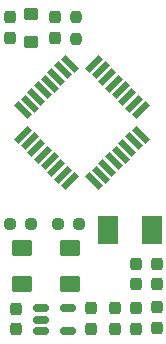
<source format=gbr>
%TF.GenerationSoftware,KiCad,Pcbnew,(6.0.7)*%
%TF.CreationDate,2023-06-10T06:11:36-04:00*%
%TF.ProjectId,atmega328pb_breakout,61746d65-6761-4333-9238-70625f627265,rev?*%
%TF.SameCoordinates,Original*%
%TF.FileFunction,Paste,Top*%
%TF.FilePolarity,Positive*%
%FSLAX46Y46*%
G04 Gerber Fmt 4.6, Leading zero omitted, Abs format (unit mm)*
G04 Created by KiCad (PCBNEW (6.0.7)) date 2023-06-10 06:11:36*
%MOMM*%
%LPD*%
G01*
G04 APERTURE LIST*
G04 Aperture macros list*
%AMRoundRect*
0 Rectangle with rounded corners*
0 $1 Rounding radius*
0 $2 $3 $4 $5 $6 $7 $8 $9 X,Y pos of 4 corners*
0 Add a 4 corners polygon primitive as box body*
4,1,4,$2,$3,$4,$5,$6,$7,$8,$9,$2,$3,0*
0 Add four circle primitives for the rounded corners*
1,1,$1+$1,$2,$3*
1,1,$1+$1,$4,$5*
1,1,$1+$1,$6,$7*
1,1,$1+$1,$8,$9*
0 Add four rect primitives between the rounded corners*
20,1,$1+$1,$2,$3,$4,$5,0*
20,1,$1+$1,$4,$5,$6,$7,0*
20,1,$1+$1,$6,$7,$8,$9,0*
20,1,$1+$1,$8,$9,$2,$3,0*%
%AMRotRect*
0 Rectangle, with rotation*
0 The origin of the aperture is its center*
0 $1 length*
0 $2 width*
0 $3 Rotation angle, in degrees counterclockwise*
0 Add horizontal line*
21,1,$1,$2,0,0,$3*%
G04 Aperture macros list end*
%ADD10RotRect,1.600000X0.550000X135.000000*%
%ADD11RotRect,1.600000X0.550000X225.000000*%
%ADD12R,1.700000X2.400000*%
%ADD13RoundRect,0.150000X-0.512500X-0.150000X0.512500X-0.150000X0.512500X0.150000X-0.512500X0.150000X0*%
%ADD14RoundRect,0.237500X-0.250000X-0.237500X0.250000X-0.237500X0.250000X0.237500X-0.250000X0.237500X0*%
%ADD15RoundRect,0.237500X0.250000X0.237500X-0.250000X0.237500X-0.250000X-0.237500X0.250000X-0.237500X0*%
%ADD16RoundRect,0.237500X-0.237500X0.250000X-0.237500X-0.250000X0.237500X-0.250000X0.237500X0.250000X0*%
%ADD17RoundRect,0.250000X-0.350000X0.275000X-0.350000X-0.275000X0.350000X-0.275000X0.350000X0.275000X0*%
%ADD18RoundRect,0.250001X-0.624999X0.462499X-0.624999X-0.462499X0.624999X-0.462499X0.624999X0.462499X0*%
%ADD19RoundRect,0.237500X0.237500X-0.300000X0.237500X0.300000X-0.237500X0.300000X-0.237500X-0.300000X0*%
%ADD20RoundRect,0.237500X-0.237500X0.300000X-0.237500X-0.300000X0.237500X-0.300000X0.237500X0.300000X0*%
G04 APERTURE END LIST*
D10*
%TO.C,U1*%
X111515305Y-68485103D03*
X112080990Y-67919417D03*
X112646676Y-67353732D03*
X113212361Y-66788047D03*
X113778047Y-66222361D03*
X114343732Y-65656676D03*
X114909417Y-65090990D03*
X115475103Y-64525305D03*
D11*
X115475103Y-62474695D03*
X114909417Y-61909010D03*
X114343732Y-61343324D03*
X113778047Y-60777639D03*
X113212361Y-60211953D03*
X112646676Y-59646268D03*
X112080990Y-59080583D03*
X111515305Y-58514897D03*
D10*
X109464695Y-58514897D03*
X108899010Y-59080583D03*
X108333324Y-59646268D03*
X107767639Y-60211953D03*
X107201953Y-60777639D03*
X106636268Y-61343324D03*
X106070583Y-61909010D03*
X105504897Y-62474695D03*
D11*
X105504897Y-64525305D03*
X106070583Y-65090990D03*
X106636268Y-65656676D03*
X107201953Y-66222361D03*
X107767639Y-66788047D03*
X108333324Y-67353732D03*
X108899010Y-67919417D03*
X109464695Y-68485103D03*
%TD*%
D12*
%TO.C,Y1*%
X112704000Y-72644000D03*
X116404000Y-72644000D03*
%TD*%
D13*
%TO.C,U2*%
X107066500Y-79248000D03*
X107066500Y-80198000D03*
X107066500Y-81148000D03*
X109341500Y-81148000D03*
X109341500Y-79248000D03*
%TD*%
D14*
%TO.C,R3*%
X104394000Y-72136000D03*
X106219000Y-72136000D03*
%TD*%
D15*
%TO.C,R2*%
X110283000Y-72136000D03*
X108458000Y-72136000D03*
%TD*%
D16*
%TO.C,R1*%
X109982000Y-54610000D03*
X109982000Y-56435000D03*
%TD*%
D17*
%TO.C,L1*%
X106172000Y-54356000D03*
X106172000Y-56656000D03*
%TD*%
D18*
%TO.C,D13*%
X105410000Y-74168000D03*
X105410000Y-77143000D03*
%TD*%
%TO.C,POWER*%
X109474000Y-74168000D03*
X109474000Y-77143000D03*
%TD*%
D19*
%TO.C,C9*%
X104394000Y-56335000D03*
X104394000Y-54610000D03*
%TD*%
%TO.C,C8*%
X113284000Y-80973000D03*
X113284000Y-79248000D03*
%TD*%
%TO.C,C7*%
X115062000Y-80973000D03*
X115062000Y-79248000D03*
%TD*%
D20*
%TO.C,C6*%
X111252000Y-79248000D03*
X111252000Y-80973000D03*
%TD*%
%TO.C,C5*%
X104902000Y-79301000D03*
X104902000Y-81026000D03*
%TD*%
D19*
%TO.C,C4*%
X116840000Y-80872500D03*
X116840000Y-79147500D03*
%TD*%
%TO.C,C3*%
X115062000Y-77216000D03*
X115062000Y-75491000D03*
%TD*%
%TO.C,C2*%
X116840000Y-77216000D03*
X116840000Y-75491000D03*
%TD*%
D20*
%TO.C,C1*%
X108204000Y-54610000D03*
X108204000Y-56335000D03*
%TD*%
M02*

</source>
